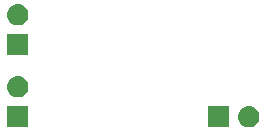
<source format=gbs>
G04 #@! TF.GenerationSoftware,KiCad,Pcbnew,(5.1.4)-1*
G04 #@! TF.CreationDate,2020-03-20T17:51:06+00:00*
G04 #@! TF.ProjectId,drv120_solenoid_driver,64727631-3230-45f7-936f-6c656e6f6964,rev?*
G04 #@! TF.SameCoordinates,Original*
G04 #@! TF.FileFunction,Soldermask,Bot*
G04 #@! TF.FilePolarity,Negative*
%FSLAX46Y46*%
G04 Gerber Fmt 4.6, Leading zero omitted, Abs format (unit mm)*
G04 Created by KiCad (PCBNEW (5.1.4)-1) date 2020-03-20 17:51:06*
%MOMM*%
%LPD*%
G04 APERTURE LIST*
%ADD10C,0.100000*%
G04 APERTURE END LIST*
D10*
G36*
X155812443Y-106801519D02*
G01*
X155878627Y-106808037D01*
X156048466Y-106859557D01*
X156204991Y-106943222D01*
X156240729Y-106972552D01*
X156342186Y-107055814D01*
X156425448Y-107157271D01*
X156454778Y-107193009D01*
X156538443Y-107349534D01*
X156589963Y-107519373D01*
X156607359Y-107696000D01*
X156589963Y-107872627D01*
X156538443Y-108042466D01*
X156454778Y-108198991D01*
X156425448Y-108234729D01*
X156342186Y-108336186D01*
X156240729Y-108419448D01*
X156204991Y-108448778D01*
X156048466Y-108532443D01*
X155878627Y-108583963D01*
X155812442Y-108590482D01*
X155746260Y-108597000D01*
X155657740Y-108597000D01*
X155591558Y-108590482D01*
X155525373Y-108583963D01*
X155355534Y-108532443D01*
X155199009Y-108448778D01*
X155163271Y-108419448D01*
X155061814Y-108336186D01*
X154978552Y-108234729D01*
X154949222Y-108198991D01*
X154865557Y-108042466D01*
X154814037Y-107872627D01*
X154796641Y-107696000D01*
X154814037Y-107519373D01*
X154865557Y-107349534D01*
X154949222Y-107193009D01*
X154978552Y-107157271D01*
X155061814Y-107055814D01*
X155163271Y-106972552D01*
X155199009Y-106943222D01*
X155355534Y-106859557D01*
X155525373Y-106808037D01*
X155591557Y-106801519D01*
X155657740Y-106795000D01*
X155746260Y-106795000D01*
X155812443Y-106801519D01*
X155812443Y-106801519D01*
G37*
G36*
X154063000Y-108597000D02*
G01*
X152261000Y-108597000D01*
X152261000Y-106795000D01*
X154063000Y-106795000D01*
X154063000Y-108597000D01*
X154063000Y-108597000D01*
G37*
G36*
X137045000Y-108597000D02*
G01*
X135243000Y-108597000D01*
X135243000Y-106795000D01*
X137045000Y-106795000D01*
X137045000Y-108597000D01*
X137045000Y-108597000D01*
G37*
G36*
X136254442Y-104261518D02*
G01*
X136320627Y-104268037D01*
X136490466Y-104319557D01*
X136646991Y-104403222D01*
X136682729Y-104432552D01*
X136784186Y-104515814D01*
X136867448Y-104617271D01*
X136896778Y-104653009D01*
X136980443Y-104809534D01*
X137031963Y-104979373D01*
X137049359Y-105156000D01*
X137031963Y-105332627D01*
X136980443Y-105502466D01*
X136896778Y-105658991D01*
X136867448Y-105694729D01*
X136784186Y-105796186D01*
X136682729Y-105879448D01*
X136646991Y-105908778D01*
X136490466Y-105992443D01*
X136320627Y-106043963D01*
X136254442Y-106050482D01*
X136188260Y-106057000D01*
X136099740Y-106057000D01*
X136033558Y-106050482D01*
X135967373Y-106043963D01*
X135797534Y-105992443D01*
X135641009Y-105908778D01*
X135605271Y-105879448D01*
X135503814Y-105796186D01*
X135420552Y-105694729D01*
X135391222Y-105658991D01*
X135307557Y-105502466D01*
X135256037Y-105332627D01*
X135238641Y-105156000D01*
X135256037Y-104979373D01*
X135307557Y-104809534D01*
X135391222Y-104653009D01*
X135420552Y-104617271D01*
X135503814Y-104515814D01*
X135605271Y-104432552D01*
X135641009Y-104403222D01*
X135797534Y-104319557D01*
X135967373Y-104268037D01*
X136033558Y-104261518D01*
X136099740Y-104255000D01*
X136188260Y-104255000D01*
X136254442Y-104261518D01*
X136254442Y-104261518D01*
G37*
G36*
X137045000Y-102501000D02*
G01*
X135243000Y-102501000D01*
X135243000Y-100699000D01*
X137045000Y-100699000D01*
X137045000Y-102501000D01*
X137045000Y-102501000D01*
G37*
G36*
X136254443Y-98165519D02*
G01*
X136320627Y-98172037D01*
X136490466Y-98223557D01*
X136646991Y-98307222D01*
X136682729Y-98336552D01*
X136784186Y-98419814D01*
X136867448Y-98521271D01*
X136896778Y-98557009D01*
X136980443Y-98713534D01*
X137031963Y-98883373D01*
X137049359Y-99060000D01*
X137031963Y-99236627D01*
X136980443Y-99406466D01*
X136896778Y-99562991D01*
X136867448Y-99598729D01*
X136784186Y-99700186D01*
X136682729Y-99783448D01*
X136646991Y-99812778D01*
X136490466Y-99896443D01*
X136320627Y-99947963D01*
X136254443Y-99954481D01*
X136188260Y-99961000D01*
X136099740Y-99961000D01*
X136033557Y-99954481D01*
X135967373Y-99947963D01*
X135797534Y-99896443D01*
X135641009Y-99812778D01*
X135605271Y-99783448D01*
X135503814Y-99700186D01*
X135420552Y-99598729D01*
X135391222Y-99562991D01*
X135307557Y-99406466D01*
X135256037Y-99236627D01*
X135238641Y-99060000D01*
X135256037Y-98883373D01*
X135307557Y-98713534D01*
X135391222Y-98557009D01*
X135420552Y-98521271D01*
X135503814Y-98419814D01*
X135605271Y-98336552D01*
X135641009Y-98307222D01*
X135797534Y-98223557D01*
X135967373Y-98172037D01*
X136033557Y-98165519D01*
X136099740Y-98159000D01*
X136188260Y-98159000D01*
X136254443Y-98165519D01*
X136254443Y-98165519D01*
G37*
M02*

</source>
